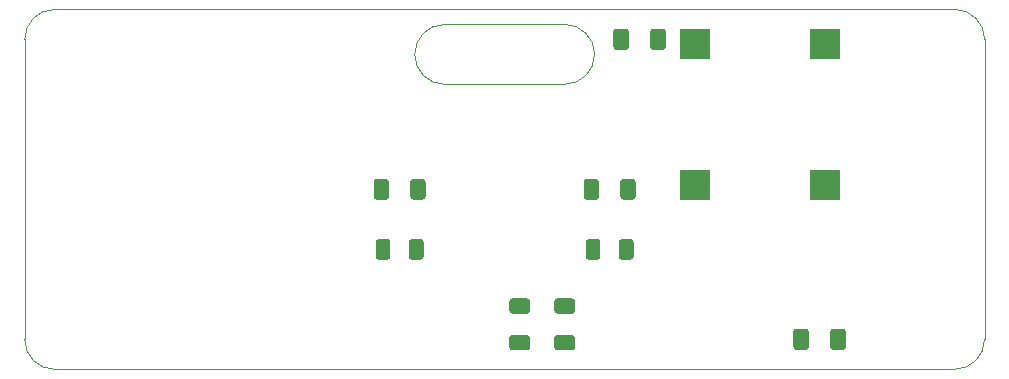
<source format=gbr>
From 40ab1463c3da0c844eedba5c5f52d5ef8af322c4 Mon Sep 17 00:00:00 2001
From: Philip Lampkin <plampkin@chem.wisc.edu>
Date: Sat, 24 Apr 2021 12:07:04 -0500
Subject: terminology update

---
 digital-driver/gerber/driver-F_Paste.gbr | 479 -------------------------------
 1 file changed, 479 deletions(-)
 delete mode 100644 digital-driver/gerber/driver-F_Paste.gbr

(limited to 'digital-driver/gerber/driver-F_Paste.gbr')

diff --git a/digital-driver/gerber/driver-F_Paste.gbr b/digital-driver/gerber/driver-F_Paste.gbr
deleted file mode 100644
index e74070e..0000000
--- a/digital-driver/gerber/driver-F_Paste.gbr
+++ /dev/null
@@ -1,479 +0,0 @@
-%TF.GenerationSoftware,KiCad,Pcbnew,5.1.8+dfsg1-1+b1*%
-%TF.CreationDate,2021-03-06T12:09:01-06:00*%
-%TF.ProjectId,driver,64726976-6572-42e6-9b69-6361645f7063,B*%
-%TF.SameCoordinates,Original*%
-%TF.FileFunction,Paste,Top*%
-%TF.FilePolarity,Positive*%
-%FSLAX46Y46*%
-G04 Gerber Fmt 4.6, Leading zero omitted, Abs format (unit mm)*
-G04 Created by KiCad (PCBNEW 5.1.8+dfsg1-1+b1) date 2021-03-06 12:09:01*
-%MOMM*%
-%LPD*%
-G01*
-G04 APERTURE LIST*
-%TA.AperFunction,Profile*%
-%ADD10C,0.100000*%
-%TD*%
-%ADD11R,2.500000X2.500000*%
-G04 APERTURE END LIST*
-D10*
-X121920000Y-85090000D02*
-G75*
-G02*
-X119380000Y-82550000I0J2540000D01*
-G01*
-X165100000Y-78740000D02*
-X88900000Y-78740000D01*
-X119380000Y-82550000D02*
-G75*
-G02*
-X121920000Y-80010000I2540000J0D01*
-G01*
-X132080000Y-80010000D02*
-G75*
-G02*
-X134620000Y-82550000I0J-2540000D01*
-G01*
-X134620000Y-82550000D02*
-G75*
-G02*
-X132080000Y-85090000I-2540000J0D01*
-G01*
-X132080000Y-80010000D02*
-X121920000Y-80010000D01*
-X132080000Y-85090000D02*
-X121920000Y-85090000D01*
-X165100000Y-109220000D02*
-X88900000Y-109220000D01*
-X86360000Y-81280000D02*
-X86360000Y-106680000D01*
-X167640000Y-106680000D02*
-X167640000Y-81280000D01*
-X86360000Y-81280000D02*
-G75*
-G02*
-X88900000Y-78740000I2540000J0D01*
-G01*
-X88900000Y-109220000D02*
-G75*
-G02*
-X86360000Y-106680000I0J2540000D01*
-G01*
-X167640000Y-106680000D02*
-G75*
-G02*
-X165100000Y-109220000I-2540000J0D01*
-G01*
-X165100000Y-78740000D02*
-G75*
-G02*
-X167640000Y-81280000I0J-2540000D01*
-G01*
-D11*
-%TO.C,PS1*%
-X154090000Y-81630000D03*
-X143090000Y-81630000D03*
-X143090000Y-93630000D03*
-X154090000Y-93630000D03*
-%TD*%
-%TO.C,R7*%
-G36*
-G01*
-X127645000Y-106310000D02*
-X128895000Y-106310000D01*
-G75*
-G02*
-X129145000Y-106560000I0J-250000D01*
-G01*
-X129145000Y-107360000D01*
-G75*
-G02*
-X128895000Y-107610000I-250000J0D01*
-G01*
-X127645000Y-107610000D01*
-G75*
-G02*
-X127395000Y-107360000I0J250000D01*
-G01*
-X127395000Y-106560000D01*
-G75*
-G02*
-X127645000Y-106310000I250000J0D01*
-G01*
-G37*
-G36*
-G01*
-X127645000Y-103210000D02*
-X128895000Y-103210000D01*
-G75*
-G02*
-X129145000Y-103460000I0J-250000D01*
-G01*
-X129145000Y-104260000D01*
-G75*
-G02*
-X128895000Y-104510000I-250000J0D01*
-G01*
-X127645000Y-104510000D01*
-G75*
-G02*
-X127395000Y-104260000I0J250000D01*
-G01*
-X127395000Y-103460000D01*
-G75*
-G02*
-X127645000Y-103210000I250000J0D01*
-G01*
-G37*
-%TD*%
-%TO.C,R6*%
-G36*
-G01*
-X131455000Y-106310000D02*
-X132705000Y-106310000D01*
-G75*
-G02*
-X132955000Y-106560000I0J-250000D01*
-G01*
-X132955000Y-107360000D01*
-G75*
-G02*
-X132705000Y-107610000I-250000J0D01*
-G01*
-X131455000Y-107610000D01*
-G75*
-G02*
-X131205000Y-107360000I0J250000D01*
-G01*
-X131205000Y-106560000D01*
-G75*
-G02*
-X131455000Y-106310000I250000J0D01*
-G01*
-G37*
-G36*
-G01*
-X131455000Y-103210000D02*
-X132705000Y-103210000D01*
-G75*
-G02*
-X132955000Y-103460000I0J-250000D01*
-G01*
-X132955000Y-104260000D01*
-G75*
-G02*
-X132705000Y-104510000I-250000J0D01*
-G01*
-X131455000Y-104510000D01*
-G75*
-G02*
-X131205000Y-104260000I0J250000D01*
-G01*
-X131205000Y-103460000D01*
-G75*
-G02*
-X131455000Y-103210000I250000J0D01*
-G01*
-G37*
-%TD*%
-%TO.C,R5*%
-G36*
-G01*
-X136790000Y-94605001D02*
-X136790000Y-93354999D01*
-G75*
-G02*
-X137039999Y-93105000I249999J0D01*
-G01*
-X137840001Y-93105000D01*
-G75*
-G02*
-X138090000Y-93354999I0J-249999D01*
-G01*
-X138090000Y-94605001D01*
-G75*
-G02*
-X137840001Y-94855000I-249999J0D01*
-G01*
-X137039999Y-94855000D01*
-G75*
-G02*
-X136790000Y-94605001I0J249999D01*
-G01*
-G37*
-G36*
-G01*
-X133690000Y-94605001D02*
-X133690000Y-93354999D01*
-G75*
-G02*
-X133939999Y-93105000I249999J0D01*
-G01*
-X134740001Y-93105000D01*
-G75*
-G02*
-X134990000Y-93354999I0J-249999D01*
-G01*
-X134990000Y-94605001D01*
-G75*
-G02*
-X134740001Y-94855000I-249999J0D01*
-G01*
-X133939999Y-94855000D01*
-G75*
-G02*
-X133690000Y-94605001I0J249999D01*
-G01*
-G37*
-%TD*%
-%TO.C,R2*%
-G36*
-G01*
-X119010000Y-94605001D02*
-X119010000Y-93354999D01*
-G75*
-G02*
-X119259999Y-93105000I249999J0D01*
-G01*
-X120060001Y-93105000D01*
-G75*
-G02*
-X120310000Y-93354999I0J-249999D01*
-G01*
-X120310000Y-94605001D01*
-G75*
-G02*
-X120060001Y-94855000I-249999J0D01*
-G01*
-X119259999Y-94855000D01*
-G75*
-G02*
-X119010000Y-94605001I0J249999D01*
-G01*
-G37*
-G36*
-G01*
-X115910000Y-94605001D02*
-X115910000Y-93354999D01*
-G75*
-G02*
-X116159999Y-93105000I249999J0D01*
-G01*
-X116960001Y-93105000D01*
-G75*
-G02*
-X117210000Y-93354999I0J-249999D01*
-G01*
-X117210000Y-94605001D01*
-G75*
-G02*
-X116960001Y-94855000I-249999J0D01*
-G01*
-X116159999Y-94855000D01*
-G75*
-G02*
-X115910000Y-94605001I0J249999D01*
-G01*
-G37*
-%TD*%
-%TO.C,C3*%
-G36*
-G01*
-X137530000Y-80629998D02*
-X137530000Y-81930002D01*
-G75*
-G02*
-X137280002Y-82180000I-249998J0D01*
-G01*
-X136454998Y-82180000D01*
-G75*
-G02*
-X136205000Y-81930002I0J249998D01*
-G01*
-X136205000Y-80629998D01*
-G75*
-G02*
-X136454998Y-80380000I249998J0D01*
-G01*
-X137280002Y-80380000D01*
-G75*
-G02*
-X137530000Y-80629998I0J-249998D01*
-G01*
-G37*
-G36*
-G01*
-X140655000Y-80629998D02*
-X140655000Y-81930002D01*
-G75*
-G02*
-X140405002Y-82180000I-249998J0D01*
-G01*
-X139579998Y-82180000D01*
-G75*
-G02*
-X139330000Y-81930002I0J249998D01*
-G01*
-X139330000Y-80629998D01*
-G75*
-G02*
-X139579998Y-80380000I249998J0D01*
-G01*
-X140405002Y-80380000D01*
-G75*
-G02*
-X140655000Y-80629998I0J-249998D01*
-G01*
-G37*
-%TD*%
-%TO.C,C2*%
-G36*
-G01*
-X154570000Y-107330002D02*
-X154570000Y-106029998D01*
-G75*
-G02*
-X154819998Y-105780000I249998J0D01*
-G01*
-X155645002Y-105780000D01*
-G75*
-G02*
-X155895000Y-106029998I0J-249998D01*
-G01*
-X155895000Y-107330002D01*
-G75*
-G02*
-X155645002Y-107580000I-249998J0D01*
-G01*
-X154819998Y-107580000D01*
-G75*
-G02*
-X154570000Y-107330002I0J249998D01*
-G01*
-G37*
-G36*
-G01*
-X151445000Y-107330002D02*
-X151445000Y-106029998D01*
-G75*
-G02*
-X151694998Y-105780000I249998J0D01*
-G01*
-X152520002Y-105780000D01*
-G75*
-G02*
-X152770000Y-106029998I0J-249998D01*
-G01*
-X152770000Y-107330002D01*
-G75*
-G02*
-X152520002Y-107580000I-249998J0D01*
-G01*
-X151694998Y-107580000D01*
-G75*
-G02*
-X151445000Y-107330002I0J249998D01*
-G01*
-G37*
-%TD*%
-%TO.C,D1*%
-G36*
-G01*
-X136665000Y-99685000D02*
-X136665000Y-98435000D01*
-G75*
-G02*
-X136915000Y-98185000I250000J0D01*
-G01*
-X137665000Y-98185000D01*
-G75*
-G02*
-X137915000Y-98435000I0J-250000D01*
-G01*
-X137915000Y-99685000D01*
-G75*
-G02*
-X137665000Y-99935000I-250000J0D01*
-G01*
-X136915000Y-99935000D01*
-G75*
-G02*
-X136665000Y-99685000I0J250000D01*
-G01*
-G37*
-G36*
-G01*
-X133865000Y-99685000D02*
-X133865000Y-98435000D01*
-G75*
-G02*
-X134115000Y-98185000I250000J0D01*
-G01*
-X134865000Y-98185000D01*
-G75*
-G02*
-X135115000Y-98435000I0J-250000D01*
-G01*
-X135115000Y-99685000D01*
-G75*
-G02*
-X134865000Y-99935000I-250000J0D01*
-G01*
-X134115000Y-99935000D01*
-G75*
-G02*
-X133865000Y-99685000I0J250000D01*
-G01*
-G37*
-%TD*%
-%TO.C,D2*%
-G36*
-G01*
-X118885000Y-99685000D02*
-X118885000Y-98435000D01*
-G75*
-G02*
-X119135000Y-98185000I250000J0D01*
-G01*
-X119885000Y-98185000D01*
-G75*
-G02*
-X120135000Y-98435000I0J-250000D01*
-G01*
-X120135000Y-99685000D01*
-G75*
-G02*
-X119885000Y-99935000I-250000J0D01*
-G01*
-X119135000Y-99935000D01*
-G75*
-G02*
-X118885000Y-99685000I0J250000D01*
-G01*
-G37*
-G36*
-G01*
-X116085000Y-99685000D02*
-X116085000Y-98435000D01*
-G75*
-G02*
-X116335000Y-98185000I250000J0D01*
-G01*
-X117085000Y-98185000D01*
-G75*
-G02*
-X117335000Y-98435000I0J-250000D01*
-G01*
-X117335000Y-99685000D01*
-G75*
-G02*
-X117085000Y-99935000I-250000J0D01*
-G01*
-X116335000Y-99935000D01*
-G75*
-G02*
-X116085000Y-99685000I0J250000D01*
-G01*
-G37*
-%TD*%
-M02*
-- 
cgit v1.2.3


</source>
